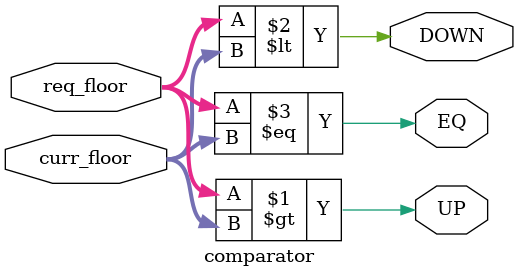
<source format=v>
module comparator(
  input [1:0] req_floor,
  input [1:0] curr_floor,
  output wire UP,
  output wire DOWN,
  output wire EQ
  );
  
  assign UP = (req_floor > curr_floor);
  assign DOWN = (req_floor < curr_floor);
  assign EQ = (req_floor == curr_floor);
endmodule


</source>
